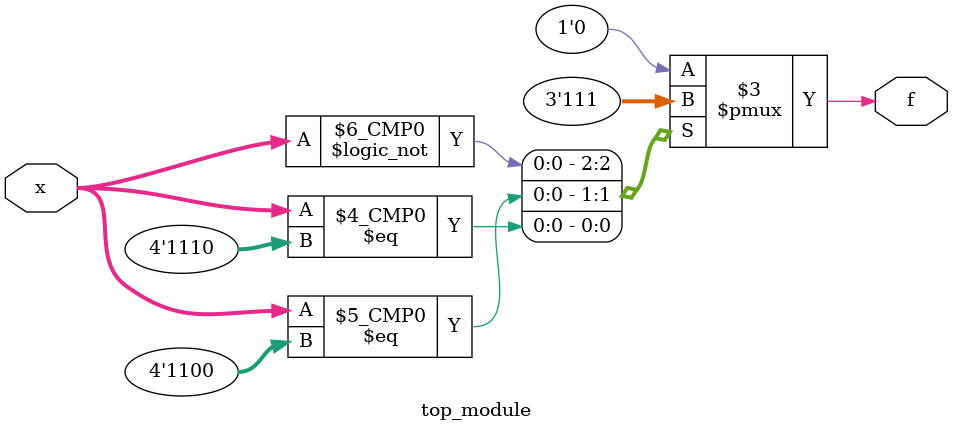
<source format=sv>
module top_module (
    input [4:1] x,
    output logic f
);


    always_comb begin
        case (x)
            4'b0000: f = 1;
            4'b0100: f = 0;
            4'b1100: f = 1;
            4'b1110: f = 1;
            default: f = 0;
        endcase
    end

endmodule

</source>
